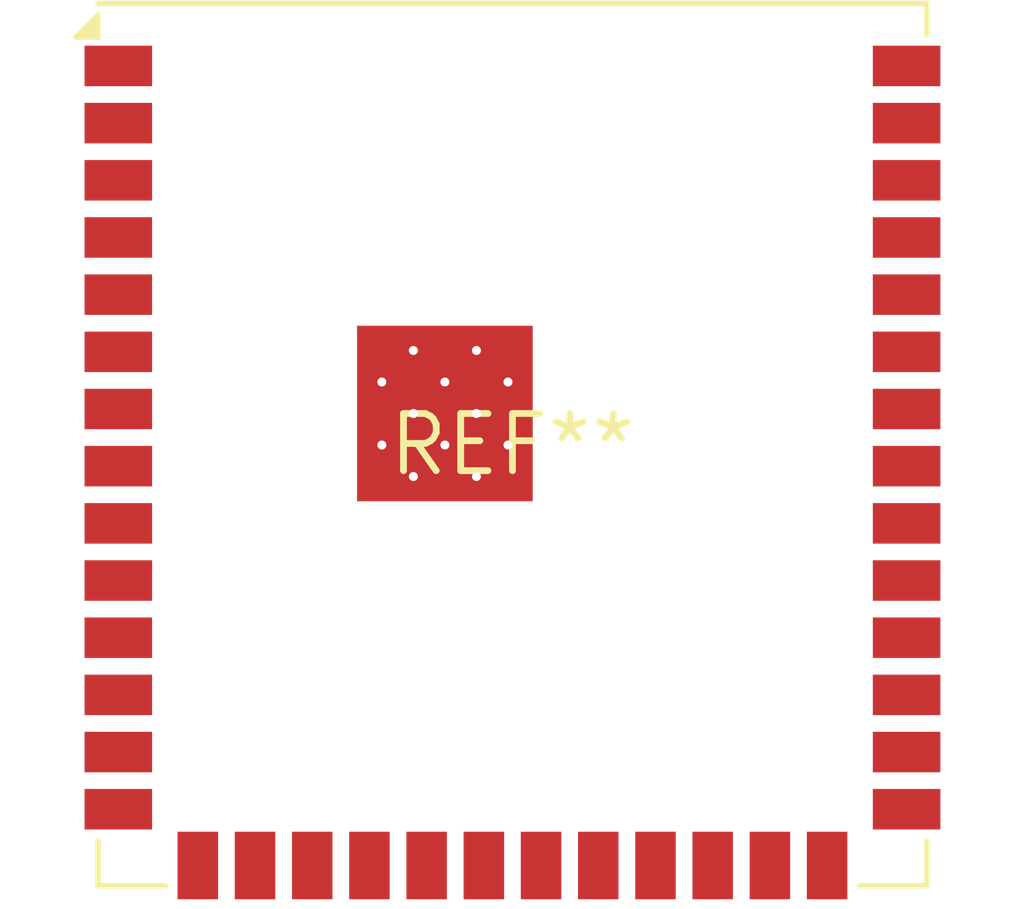
<source format=kicad_pcb>
(kicad_pcb (version 20240108) (generator pcbnew)
  (layers (0 "F.Cu" signal) (31 "B.Cu" signal) (34 "B.Paste" user) (35 "F.Paste" user) (36 "B.SilkS" user "B.Silkscreen") (37 "F.SilkS" user "F.Silkscreen") (38 "B.Mask" user) (39 "F.Mask" user) (44 "Edge.Cuts" user))
  (net 0 "")
  (footprint "ESP32-S3-WROOM-1U" (layer "F.Cu") (at 0 0)
    (property "Reference" "REF**")
    (property "Value" "ESP32-S3-WROOM-1U")
    (fp_line (start -9.2 -9.8) (end 9.2 -9.8) (layer "F.SilkS") (stroke (width 0.12)))
    (fp_line (start -9.2 8.8) (end -9.2 9.8) (layer "F.SilkS") (stroke (width 0.12)))
    (fp_line (start -9.2 9.8) (end -7.7 9.8) (layer "F.SilkS") (stroke (width 0.12)))
    (fp_line (start 9.2 -9.8) (end 9.2 -9.1) (layer "F.SilkS") (stroke (width 0.12)))
    (fp_line (start 9.2 9.8) (end 7.7 9.8) (layer "F.SilkS") (stroke (width 0.12)))
    (fp_line (start 9.2 9.8) (end 9.2 8.8) (layer "F.SilkS") (stroke (width 0.12)))
    (fp_poly (pts (xy -9.2 -9.05) (xy -9.7 -9.05) (xy -9.2 -9.55) (xy -9.2 -9.05)) (layer "F.SilkS") (stroke (width 0.12)) (fill solid))
    (pad "1" smd rect (at -8.75 -8.41) (size 1.5 0.9) (layers "F.Cu" "F.Paste" "F.Mask"))
    (pad "2" smd rect (at -8.75 -7.14) (size 1.5 0.9) (layers "F.Cu" "F.Paste" "F.Mask"))
    (pad "3" smd rect (at -8.75 -5.87) (size 1.5 0.9) (layers "F.Cu" "F.Paste" "F.Mask"))
    (pad "4" smd rect (at -8.75 -4.6) (size 1.5 0.9) (layers "F.Cu" "F.Paste" "F.Mask"))
    (pad "5" smd rect (at -8.75 -3.33) (size 1.5 0.9) (layers "F.Cu" "F.Paste" "F.Mask"))
    (pad "6" smd rect (at -8.75 -2.06) (size 1.5 0.9) (layers "F.Cu" "F.Paste" "F.Mask"))
    (pad "7" smd rect (at -8.75 -0.79) (size 1.5 0.9) (layers "F.Cu" "F.Paste" "F.Mask"))
    (pad "8" smd rect (at -8.75 0.48) (size 1.5 0.9) (layers "F.Cu" "F.Paste" "F.Mask"))
    (pad "9" smd rect (at -8.75 1.75) (size 1.5 0.9) (layers "F.Cu" "F.Paste" "F.Mask"))
    (pad "10" smd rect (at -8.75 3.02) (size 1.5 0.9) (layers "F.Cu" "F.Paste" "F.Mask"))
    (pad "11" smd rect (at -8.75 4.29) (size 1.5 0.9) (layers "F.Cu" "F.Paste" "F.Mask"))
    (pad "12" smd rect (at -8.75 5.56) (size 1.5 0.9) (layers "F.Cu" "F.Paste" "F.Mask"))
    (pad "13" smd rect (at -8.75 6.83) (size 1.5 0.9) (layers "F.Cu" "F.Paste" "F.Mask"))
    (pad "14" smd rect (at -8.75 8.1 180) (size 1.5 0.9) (layers "F.Cu" "F.Paste" "F.Mask"))
    (pad "15" smd rect (at -6.985 9.35 270) (size 1.5 0.9) (layers "F.Cu" "F.Paste" "F.Mask"))
    (pad "16" smd rect (at -5.715 9.35 270) (size 1.5 0.9) (layers "F.Cu" "F.Paste" "F.Mask"))
    (pad "17" smd rect (at -4.445 9.35 270) (size 1.5 0.9) (layers "F.Cu" "F.Paste" "F.Mask"))
    (pad "18" smd rect (at -3.175 9.35 270) (size 1.5 0.9) (layers "F.Cu" "F.Paste" "F.Mask"))
    (pad "19" smd rect (at -1.905 9.35 270) (size 1.5 0.9) (layers "F.Cu" "F.Paste" "F.Mask"))
    (pad "20" smd rect (at -0.635 9.35 270) (size 1.5 0.9) (layers "F.Cu" "F.Paste" "F.Mask"))
    (pad "21" smd rect (at 0.635 9.35 270) (size 1.5 0.9) (layers "F.Cu" "F.Paste" "F.Mask"))
    (pad "22" smd rect (at 1.905 9.35 270) (size 1.5 0.9) (layers "F.Cu" "F.Paste" "F.Mask"))
    (pad "23" smd rect (at 3.175 9.35 270) (size 1.5 0.9) (layers "F.Cu" "F.Paste" "F.Mask"))
    (pad "24" smd rect (at 4.445 9.35 270) (size 1.5 0.9) (layers "F.Cu" "F.Paste" "F.Mask"))
    (pad "25" smd rect (at 5.715 9.35 270) (size 1.5 0.9) (layers "F.Cu" "F.Paste" "F.Mask"))
    (pad "26" smd rect (at 6.985 9.35 270) (size 1.5 0.9) (layers "F.Cu" "F.Paste" "F.Mask"))
    (pad "27" smd rect (at 8.75 8.1) (size 1.5 0.9) (layers "F.Cu" "F.Paste" "F.Mask"))
    (pad "28" smd rect (at 8.75 6.83) (size 1.5 0.9) (layers "F.Cu" "F.Paste" "F.Mask"))
    (pad "29" smd rect (at 8.75 5.56) (size 1.5 0.9) (layers "F.Cu" "F.Paste" "F.Mask"))
    (pad "30" smd rect (at 8.75 4.29) (size 1.5 0.9) (layers "F.Cu" "F.Paste" "F.Mask"))
    (pad "31" smd rect (at 8.75 3.02) (size 1.5 0.9) (layers "F.Cu" "F.Paste" "F.Mask"))
    (pad "32" smd rect (at 8.75 1.75) (size 1.5 0.9) (layers "F.Cu" "F.Paste" "F.Mask"))
    (pad "33" smd rect (at 8.75 0.48) (size 1.5 0.9) (layers "F.Cu" "F.Paste" "F.Mask"))
    (pad "34" smd rect (at 8.75 -0.79) (size 1.5 0.9) (layers "F.Cu" "F.Paste" "F.Mask"))
    (pad "35" smd rect (at 8.75 -2.06) (size 1.5 0.9) (layers "F.Cu" "F.Paste" "F.Mask"))
    (pad "36" smd rect (at 8.75 -3.33) (size 1.5 0.9) (layers "F.Cu" "F.Paste" "F.Mask"))
    (pad "37" smd rect (at 8.75 -4.6) (size 1.5 0.9) (layers "F.Cu" "F.Paste" "F.Mask"))
    (pad "38" smd rect (at 8.75 -5.87) (size 1.5 0.9) (layers "F.Cu" "F.Paste" "F.Mask"))
    (pad "39" smd rect (at 8.75 -7.14) (size 1.5 0.9) (layers "F.Cu" "F.Paste" "F.Mask"))
    (pad "40" smd rect (at 8.75 -8.41) (size 1.5 0.9) (layers "F.Cu" "F.Paste" "F.Mask"))
    (pad "41" thru_hole circle (at -2.9 -1.39) (size 0.6 0.6) (drill 0.2) (property pad_prop_heatsink) (layers *.Cu "F.Mask") (remove_unused_layers))
    (pad "41" thru_hole circle (at -2.9 0.01) (size 0.6 0.6) (drill 0.2) (property pad_prop_heatsink) (layers *.Cu "F.Mask") (remove_unused_layers))
    (pad "41" thru_hole circle (at -2.2 -2.09) (size 0.6 0.6) (drill 0.2) (property pad_prop_heatsink) (layers *.Cu "F.Mask") (remove_unused_layers))
    (pad "41" thru_hole circle (at -2.2 -0.69) (size 0.6 0.6) (drill 0.2) (property pad_prop_heatsink) (layers *.Cu "F.Mask") (remove_unused_layers))
    (pad "41" thru_hole circle (at -2.2 0.71) (size 0.6 0.6) (drill 0.2) (property pad_prop_heatsink) (layers *.Cu "F.Mask") (remove_unused_layers))
    (pad "41" thru_hole circle (at -1.5 -1.39) (size 0.6 0.6) (drill 0.2) (property pad_prop_heatsink) (layers *.Cu "F.Mask") (remove_unused_layers))
    (pad "41" smd rect (at -1.5 -0.69) (size 3.9 3.9) (layers "F.Cu" "F.Mask"))
    (pad "41" thru_hole circle (at -1.5 0.01) (size 0.6 0.6) (drill 0.2) (property pad_prop_heatsink) (layers *.Cu "F.Mask") (remove_unused_layers))
    (pad "41" thru_hole circle (at -0.8 -2.09) (size 0.6 0.6) (drill 0.2) (property pad_prop_heatsink) (layers *.Cu "F.Mask") (remove_unused_layers))
    (pad "41" thru_hole circle (at -0.8 -0.69 90) (size 0.6 0.6) (drill 0.2) (property pad_prop_heatsink) (layers *.Cu "F.Mask") (remove_unused_layers))
    (pad "41" thru_hole circle (at -0.8 0.71) (size 0.6 0.6) (drill 0.2) (property pad_prop_heatsink) (layers *.Cu "F.Mask") (remove_unused_layers))
    (pad "41" thru_hole circle (at -0.1 -1.39) (size 0.6 0.6) (drill 0.2) (property pad_prop_heatsink) (layers *.Cu "F.Mask") (remove_unused_layers))
    (pad "41" thru_hole circle (at -0.1 0.01) (size 0.6 0.6) (drill 0.2) (property pad_prop_heatsink) (layers *.Cu "F.Mask") (remove_unused_layers))
  )
)
</source>
